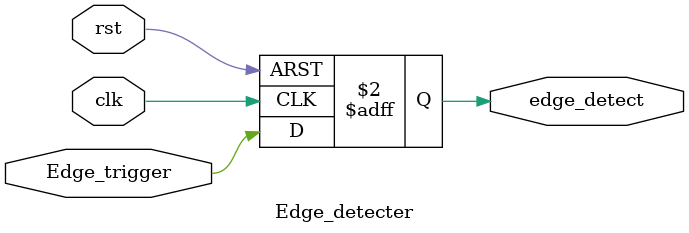
<source format=sv>
`timescale 1ns/1ps

typedef enum { BASE, DATA1, DATA2, DATA3, DATA4 } state_e;


module Filter_mux (
    input logic clk,
    input logic reset,
    input  logic sel,
    input  logic [1:0] btn,
    input  logic [11:0] x0,
    input  logic [11:0] x1,
    input  logic [11:0] x2,
    input  logic [11:0] x3,
    input  logic [11:0] x4,
    output logic [11:0] y
);

    state_e state;

    decis_state U_STATE(
        .*
    );

    always_comb begin
        case (sel)
            1'b1: begin
                case (state)
                    BASE: y = x0;
                    DATA1: y = x1;
                    DATA2: y = x2;
                    DATA3: y = x3;
                    DATA4: y = x4;
                    default: y = x0;
                endcase
            end
            1'b0: y = x0;
        endcase
        
    end
endmodule

module decis_state (
    input logic clk,
    input logic reset,
    input  logic sel,
    input  logic [1:0] btn,
    output state_e state
);

    logic next_btn;
    logic prev_btn;

    state_e next;

    btn_edge_trigger U_NEXT_BTN_DEBOUNCE(
        .clk(clk),
        .rst(reset),
        .i_btn(btn[0]),
        .o_btn(next_btn)
    );
    btn_edge_trigger U_PREV_BTN_DEBOUNCE(
        .clk(clk),
        .rst(reset),
        .i_btn(btn[1]),
        .o_btn(prev_btn)
    );

    always_ff @( posedge clk or posedge reset ) begin
        if (reset) begin
            state <= BASE;
        end
        else begin
            state <= next;
        end
    end

    always_comb begin
        next = state;
        if (sel) begin
            if (next_btn) begin
                case (state)
                    BASE: next = DATA1;
                    DATA1: next = DATA2;
                    DATA2: next = DATA3;
                    DATA3: next = DATA4;
                    DATA4: next = BASE;
                    default: next = BASE;
                endcase
            end
            else if (prev_btn) begin
                case (state)
                    BASE: next = DATA4;
                    DATA1: next = BASE;
                    DATA2: next = DATA1;
                    DATA3: next = DATA2;
                    DATA4: next = DATA3;
                    default: next = BASE;
                endcase
            end
        end
    end

endmodule



// debounce logic
module btn_edge_trigger(
                        input logic clk,
                        input logic rst,
                        input logic i_btn,
                        output logic o_btn
);

    logic o_clk, Edge_trigger;
    logic edge_detect;
    logic [7:0] q_reg;
    logic [7:0] q_next;
    

k_Hz_changer khc(
    .clk(clk),
    .rst(rst),
    .o_clk(o_clk)
);

Shift_Register_8 sr(
    .clk(o_clk),
    .rst(rst),
    .i_btn(i_btn),
    .q_reg(q_reg),
    .q_next(q_next)
);

AND_Gate_8input ag(
    .q_reg(q_reg),
    .Edge_trigger(Edge_trigger)
);

Edge_detecter ed(
    .clk(clk),
    .rst(rst),
    .Edge_trigger(Edge_trigger),
    .edge_detect(edge_detect)
);

    always @(posedge o_clk, posedge rst) begin
        if(rst) q_reg <= 0;
        else q_reg <= q_next;
    end

    assign o_btn = Edge_trigger & ~edge_detect;

endmodule


// 1. clock 100MHz -> 1KHz
module k_Hz_changer(
    input logic clk,
    input logic rst,
    output logic o_clk
);

	parameter FCOUNT = 100_000;

    logic [$clog2(FCOUNT)-1:0] r_counter;
    logic r_clk;

    assign o_clk = r_clk;

    always@(posedge clk, posedge rst) begin
        if(rst) begin
            r_counter <= 0;
            r_clk <= 1'b0;
        end else begin
            if(r_counter == FCOUNT - 1 ) begin // 1kHz
                r_counter <= 0;
                r_clk <= 1;
            end else begin
                r_counter <= r_counter + 1;
                r_clk <= 1'b0;
            end
        end
    end
endmodule

// 2. 8 Shift Register
module Shift_Register_8 (
    input logic clk,
    input logic rst,
    input logic i_btn,
    input logic [7:0] q_reg,
    output logic [7:0] q_next
);

    always @(*) begin
        // q_reg 현재의 상위 7비트를 다음의 하위 7비트에 넣고, 최상위에는 i_btn을 넣어라
        q_next = {i_btn, q_reg[7:1]};
    end
    
endmodule

// 3. 8 input AND Gate
module AND_Gate_8input (
    input logic [7:0] q_reg,
    output logic Edge_trigger
);

    assign Edge_trigger = &q_reg;
    
endmodule

// 4. Edge detecter
module Edge_detecter (
    input logic clk,
    input logic rst,
    input logic Edge_trigger,
    output logic edge_detect
);

    always @(posedge clk, posedge rst) begin
        if(rst) edge_detect <= 0;
        else edge_detect <= Edge_trigger;
    end

endmodule
</source>
